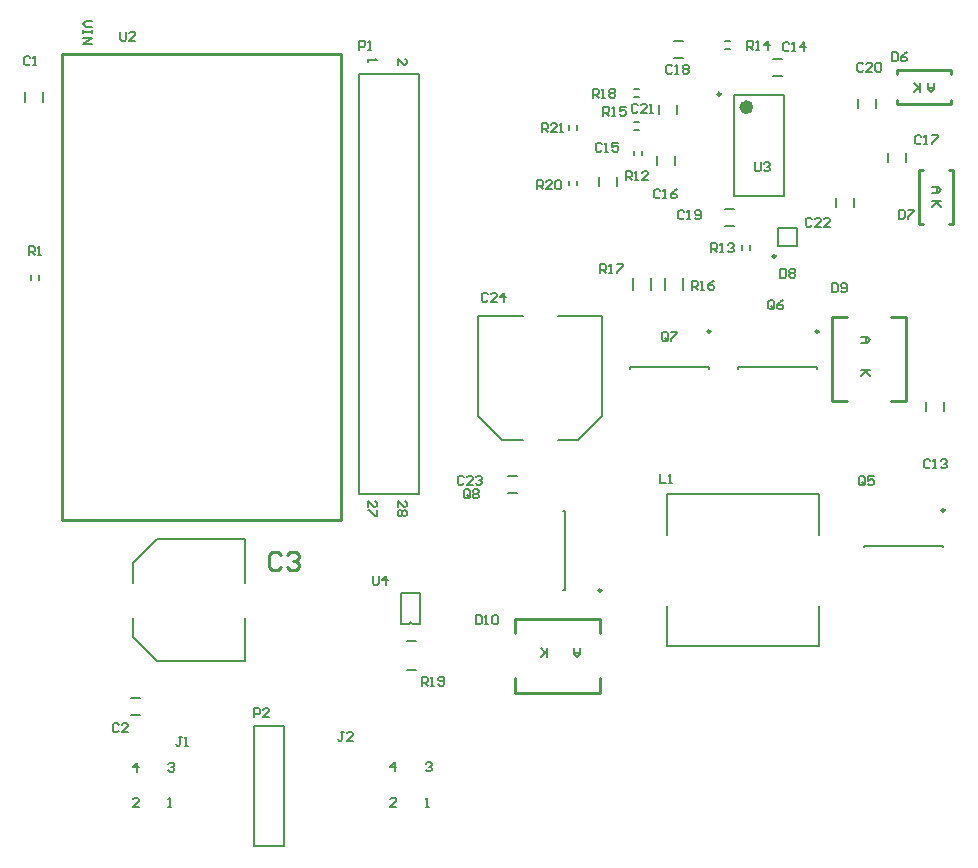
<source format=gto>
G04*
G04 #@! TF.GenerationSoftware,Altium Limited,Altium Designer,18.0.11 (651)*
G04*
G04 Layer_Color=65535*
%FSLAX25Y25*%
%MOIN*%
G70*
G01*
G75*
%ADD10C,0.00984*%
%ADD11C,0.02362*%
%ADD12C,0.00787*%
%ADD13C,0.01000*%
%ADD14C,0.00500*%
D10*
X488256Y344000D02*
G03*
X488256Y344000I-492J0D01*
G01*
X415890Y257752D02*
G03*
X415890Y257752I-492J0D01*
G01*
X455606Y423126D02*
G03*
X455606Y423126I-492J0D01*
G01*
X530240Y284453D02*
G03*
X530240Y284453I-492J0D01*
G01*
X452224Y344000D02*
G03*
X452224Y344000I-492J0D01*
G01*
X473925Y369063D02*
G03*
X473925Y369063I-492J0D01*
G01*
D11*
X465350Y418795D02*
G03*
X465350Y418795I-1181J0D01*
G01*
D12*
X352994Y246543D02*
G03*
X351715Y246543I-640J0D01*
G01*
X267624Y234224D02*
X297201D01*
Y248693D01*
Y260307D02*
Y274776D01*
X267624D02*
X297201D01*
X259799Y242049D02*
Y248693D01*
Y242049D02*
X267624Y234224D01*
X259799Y266951D02*
X267624Y274776D01*
X259799Y260307D02*
Y266951D01*
X350925Y231276D02*
X354075D01*
X350925Y240724D02*
X354075D01*
X487705Y331598D02*
Y332189D01*
X461327D02*
X487705D01*
X461327Y331598D02*
Y332189D01*
X402996Y257811D02*
X403587D01*
Y284189D01*
X402996D02*
X403587D01*
X384610Y295953D02*
X387760D01*
X384610Y290047D02*
X387760D01*
X416169Y315852D02*
Y349169D01*
X401307D02*
X416169D01*
X374831D02*
X389693D01*
X374831Y315852D02*
Y349169D01*
X401307Y307831D02*
X408148D01*
X416169Y315852D01*
X374831D02*
X382852Y307831D01*
X389693D01*
X442953Y358032D02*
Y361968D01*
X437047Y358032D02*
Y361968D01*
X432453Y358032D02*
Y361968D01*
X426547Y358032D02*
Y361968D01*
X524047Y317425D02*
Y320575D01*
X529953Y317425D02*
Y320575D01*
X407878Y411213D02*
Y412787D01*
X405122Y411213D02*
Y412787D01*
X407878Y392713D02*
Y394287D01*
X405122Y392713D02*
Y394287D01*
X420953Y392425D02*
Y395575D01*
X415047Y392425D02*
Y395575D01*
X426622Y402713D02*
Y404287D01*
X429378Y402713D02*
Y404287D01*
X426713Y422122D02*
X428287D01*
X426713Y424878D02*
X428287D01*
X426713Y411122D02*
X428287D01*
X426713Y413878D02*
X428287D01*
X440953Y416425D02*
Y419575D01*
X435047Y416425D02*
Y419575D01*
X439925Y435047D02*
X443075D01*
X439925Y440953D02*
X443075D01*
X494047Y385425D02*
Y388575D01*
X499953Y385425D02*
Y388575D01*
X517453Y400425D02*
Y403575D01*
X511547Y400425D02*
Y403575D01*
X457213Y438122D02*
X458787D01*
X457213Y440878D02*
X458787D01*
X472925Y429047D02*
X476075D01*
X472925Y434953D02*
X476075D01*
X460232Y389268D02*
X476768D01*
X460232Y422732D02*
X476768D01*
Y389268D02*
Y422732D01*
X460232Y389268D02*
Y422732D01*
X258925Y216047D02*
X262075D01*
X258925Y221953D02*
X262075D01*
X437606Y239106D02*
X488394D01*
X437606Y289894D02*
X488394D01*
Y239106D02*
Y252689D01*
X437606Y239106D02*
Y252689D01*
X488394Y276311D02*
Y289894D01*
X437606Y276311D02*
Y289894D01*
X229768Y420610D02*
Y423760D01*
X223862Y420610D02*
Y423760D01*
X355000Y290000D02*
Y430000D01*
X335000Y290000D02*
Y430000D01*
X355000D01*
X335000Y290000D02*
X355000D01*
X300000Y172500D02*
X310000D01*
X300000D02*
Y212500D01*
X310000Y172500D02*
Y212500D01*
X300000D02*
X310000D01*
X225575Y361260D02*
Y362835D01*
X228331Y361260D02*
Y362835D01*
X501547Y418425D02*
Y421575D01*
X507453Y418425D02*
Y421575D01*
X352994Y246543D02*
X355563D01*
X349146D02*
X351715D01*
X349146D02*
Y256780D01*
X355563D01*
Y246543D02*
Y256780D01*
X503311Y272051D02*
Y272642D01*
X529689D01*
Y272051D02*
Y272642D01*
X465378Y371213D02*
Y372787D01*
X462622Y371213D02*
Y372787D01*
X425295Y331598D02*
Y332189D01*
X451673D01*
Y331598D02*
Y332189D01*
X456925Y379047D02*
X460075D01*
X456925Y384953D02*
X460075D01*
X474850Y378571D02*
X481150D01*
Y372429D02*
Y378571D01*
X474850Y372429D02*
Y378571D01*
Y372429D02*
X481150D01*
X434547Y399425D02*
Y402575D01*
X440453Y399425D02*
Y402575D01*
D13*
X387098Y223697D02*
X415248D01*
X387098Y248303D02*
X415248D01*
Y243382D02*
Y248303D01*
Y223697D02*
Y228618D01*
X387098Y243382D02*
Y248303D01*
Y223697D02*
Y228618D01*
X521791Y398016D02*
X523209D01*
X521791Y379906D02*
X523209D01*
X531791D02*
X533209D01*
X531791Y398016D02*
X533209D01*
X521791Y379906D02*
Y398016D01*
X533209Y379906D02*
Y398016D01*
X236000Y436500D02*
X329000D01*
Y281200D02*
Y436500D01*
X236000Y281200D02*
X329000D01*
X236000D02*
Y436500D01*
X512382Y320752D02*
X517303D01*
X492697D02*
X497618D01*
X512382Y348902D02*
X517303D01*
X492697D02*
X497618D01*
X492697Y320752D02*
Y348902D01*
X517303Y320752D02*
Y348902D01*
X514405Y419791D02*
X532516D01*
X514405Y431209D02*
X532516D01*
Y419791D02*
Y421209D01*
X514405Y419791D02*
Y421209D01*
Y429791D02*
Y431209D01*
X532516Y429791D02*
Y431209D01*
X308999Y269498D02*
X307999Y270498D01*
X306000D01*
X305000Y269498D01*
Y265500D01*
X306000Y264500D01*
X307999D01*
X308999Y265500D01*
X310998Y269498D02*
X311998Y270498D01*
X313997D01*
X314997Y269498D01*
Y268499D01*
X313997Y267499D01*
X312997D01*
X313997D01*
X314997Y266499D01*
Y265500D01*
X313997Y264500D01*
X311998D01*
X310998Y265500D01*
D14*
X397630Y235462D02*
Y238461D01*
Y237461D01*
X395631Y235462D01*
X397130Y236961D01*
X395631Y238461D01*
X408653D02*
Y236461D01*
X407654Y235462D01*
X406654Y236461D01*
Y238461D01*
Y236961D01*
X408653D01*
X529219Y387642D02*
X526221D01*
X527220D01*
X529219Y385642D01*
X527720Y387142D01*
X526221Y385642D01*
Y392366D02*
X528220D01*
X529219Y391367D01*
X528220Y390367D01*
X526221D01*
X527720D01*
Y392366D01*
X246099Y447500D02*
X244100D01*
X243100Y446500D01*
X244100Y445501D01*
X246099D01*
Y444501D02*
Y443501D01*
Y444001D01*
X243100D01*
Y444501D01*
Y443501D01*
Y442002D02*
X246099D01*
X243100Y440002D01*
X246099D01*
X271437Y185563D02*
X272437D01*
X271937D01*
Y188562D01*
X271437Y188062D01*
X261625Y185563D02*
X259626D01*
X261625Y187562D01*
Y188062D01*
X261125Y188562D01*
X260126D01*
X259626Y188062D01*
X261125Y197374D02*
Y200373D01*
X259626Y198873D01*
X261625D01*
X271437Y199873D02*
X271937Y200373D01*
X272937D01*
X273436Y199873D01*
Y199373D01*
X272937Y198873D01*
X272437D01*
X272937D01*
X273436Y198374D01*
Y197874D01*
X272937Y197374D01*
X271937D01*
X271437Y197874D01*
X357343Y199881D02*
X357842Y200381D01*
X358842D01*
X359342Y199881D01*
Y199381D01*
X358842Y198881D01*
X358342D01*
X358842D01*
X359342Y198382D01*
Y197882D01*
X358842Y197382D01*
X357842D01*
X357343Y197882D01*
X347031Y197382D02*
Y200381D01*
X345532Y198881D01*
X347531D01*
Y185571D02*
X345532D01*
X347531Y187570D01*
Y188070D01*
X347031Y188570D01*
X346031D01*
X345532Y188070D01*
X357343Y185571D02*
X358342D01*
X357842D01*
Y188570D01*
X357343Y188070D01*
X348000Y285501D02*
Y287500D01*
X349999Y285501D01*
X350499D01*
X350999Y286000D01*
Y287000D01*
X350499Y287500D01*
Y284501D02*
X350999Y284001D01*
Y283001D01*
X350499Y282502D01*
X349999D01*
X349500Y283001D01*
X349000Y282502D01*
X348500D01*
X348000Y283001D01*
Y284001D01*
X348500Y284501D01*
X349000D01*
X349500Y284001D01*
X349999Y284501D01*
X350499D01*
X349500Y284001D02*
Y283001D01*
X338000Y285501D02*
Y287500D01*
X339999Y285501D01*
X340499D01*
X340999Y286000D01*
Y287000D01*
X340499Y287500D01*
X340999Y284501D02*
Y282502D01*
X340499D01*
X338500Y284501D01*
X338000D01*
Y435000D02*
Y434000D01*
Y434500D01*
X340999D01*
X340499Y435000D01*
X348000Y433001D02*
Y435000D01*
X349999Y433001D01*
X350499D01*
X350999Y433500D01*
Y434500D01*
X350499Y435000D01*
X502539Y342307D02*
X504539D01*
X505538Y341307D01*
X504539Y340308D01*
X502539D01*
X504039D01*
Y342307D01*
X505538Y331283D02*
X502539D01*
X503539D01*
X505538Y329284D01*
X504039Y330784D01*
X502539Y329284D01*
X526866Y426780D02*
Y424780D01*
X525867Y423780D01*
X524867Y424780D01*
Y426780D01*
Y425280D01*
X526866D01*
X522142Y423780D02*
Y426780D01*
Y425780D01*
X520142Y423780D01*
X521642Y425280D01*
X520142Y426780D01*
X435300Y296499D02*
Y293500D01*
X437299D01*
X438299D02*
X439299D01*
X438799D01*
Y296499D01*
X438299Y295999D01*
X254999Y212999D02*
X254500Y213499D01*
X253500D01*
X253000Y212999D01*
Y211000D01*
X253500Y210500D01*
X254500D01*
X254999Y211000D01*
X257998Y210500D02*
X255999D01*
X257998Y212499D01*
Y212999D01*
X257499Y213499D01*
X256499D01*
X255999Y212999D01*
X225414Y435284D02*
X224915Y435784D01*
X223915D01*
X223415Y435284D01*
Y433285D01*
X223915Y432785D01*
X224915D01*
X225414Y433285D01*
X226414Y432785D02*
X227414D01*
X226914D01*
Y435784D01*
X226414Y435284D01*
X255500Y443999D02*
Y441500D01*
X256000Y441000D01*
X256999D01*
X257499Y441500D01*
Y443999D01*
X260498Y441000D02*
X258499D01*
X260498Y442999D01*
Y443499D01*
X259998Y443999D01*
X258999D01*
X258499Y443499D01*
X225053Y369447D02*
Y372446D01*
X226552D01*
X227052Y371946D01*
Y370947D01*
X226552Y370447D01*
X225053D01*
X226052D02*
X227052Y369447D01*
X228052D02*
X229051D01*
X228552D01*
Y372446D01*
X228052Y371946D01*
X300100Y215400D02*
Y218399D01*
X301600D01*
X302099Y217899D01*
Y216899D01*
X301600Y216400D01*
X300100D01*
X305098Y215400D02*
X303099D01*
X305098Y217399D01*
Y217899D01*
X304598Y218399D01*
X303599D01*
X303099Y217899D01*
X335100Y438000D02*
Y440999D01*
X336599D01*
X337099Y440499D01*
Y439500D01*
X336599Y439000D01*
X335100D01*
X338099Y438000D02*
X339099D01*
X338599D01*
Y440999D01*
X338099Y440499D01*
X330005Y210607D02*
X329005D01*
X329505D01*
Y208108D01*
X329005Y207608D01*
X328505D01*
X328006Y208108D01*
X333004Y207608D02*
X331005D01*
X333004Y209607D01*
Y210107D01*
X332504Y210607D01*
X331504D01*
X331005Y210107D01*
X275999Y208999D02*
X275000D01*
X275500D01*
Y206500D01*
X275000Y206000D01*
X274500D01*
X274000Y206500D01*
X276999Y206000D02*
X277999D01*
X277499D01*
Y208999D01*
X276999Y208499D01*
X525499Y300999D02*
X525000Y301499D01*
X524000D01*
X523500Y300999D01*
Y299000D01*
X524000Y298500D01*
X525000D01*
X525499Y299000D01*
X526499Y298500D02*
X527499D01*
X526999D01*
Y301499D01*
X526499Y300999D01*
X528998D02*
X529498Y301499D01*
X530498D01*
X530998Y300999D01*
Y300499D01*
X530498Y299999D01*
X529998D01*
X530498D01*
X530998Y299500D01*
Y299000D01*
X530498Y298500D01*
X529498D01*
X528998Y299000D01*
X478499Y439999D02*
X477999Y440499D01*
X477000D01*
X476500Y439999D01*
Y438000D01*
X477000Y437500D01*
X477999D01*
X478499Y438000D01*
X479499Y437500D02*
X480499D01*
X479999D01*
Y440499D01*
X479499Y439999D01*
X483498Y437500D02*
Y440499D01*
X481998Y439000D01*
X483998D01*
X415999Y406499D02*
X415499Y406999D01*
X414500D01*
X414000Y406499D01*
Y404500D01*
X414500Y404000D01*
X415499D01*
X415999Y404500D01*
X416999Y404000D02*
X417999D01*
X417499D01*
Y406999D01*
X416999Y406499D01*
X421498Y406999D02*
X419498D01*
Y405500D01*
X420498Y405999D01*
X420998D01*
X421498Y405500D01*
Y404500D01*
X420998Y404000D01*
X419998D01*
X419498Y404500D01*
X435499Y390999D02*
X435000Y391499D01*
X434000D01*
X433500Y390999D01*
Y389000D01*
X434000Y388500D01*
X435000D01*
X435499Y389000D01*
X436499Y388500D02*
X437499D01*
X436999D01*
Y391499D01*
X436499Y390999D01*
X440998Y391499D02*
X439998Y390999D01*
X438998Y390000D01*
Y389000D01*
X439498Y388500D01*
X440498D01*
X440998Y389000D01*
Y389500D01*
X440498Y390000D01*
X438998D01*
X522499Y408999D02*
X522000Y409499D01*
X521000D01*
X520500Y408999D01*
Y407000D01*
X521000Y406500D01*
X522000D01*
X522499Y407000D01*
X523499Y406500D02*
X524499D01*
X523999D01*
Y409499D01*
X523499Y408999D01*
X525998Y409499D02*
X527998D01*
Y408999D01*
X525998Y407000D01*
Y406500D01*
X439499Y432499D02*
X439000Y432999D01*
X438000D01*
X437500Y432499D01*
Y430500D01*
X438000Y430000D01*
X439000D01*
X439499Y430500D01*
X440499Y430000D02*
X441499D01*
X440999D01*
Y432999D01*
X440499Y432499D01*
X442998D02*
X443498Y432999D01*
X444498D01*
X444998Y432499D01*
Y431999D01*
X444498Y431499D01*
X444998Y431000D01*
Y430500D01*
X444498Y430000D01*
X443498D01*
X442998Y430500D01*
Y431000D01*
X443498Y431499D01*
X442998Y431999D01*
Y432499D01*
X443498Y431499D02*
X444498D01*
X443499Y383999D02*
X443000Y384499D01*
X442000D01*
X441500Y383999D01*
Y382000D01*
X442000Y381500D01*
X443000D01*
X443499Y382000D01*
X444499Y381500D02*
X445499D01*
X444999D01*
Y384499D01*
X444499Y383999D01*
X446998Y382000D02*
X447498Y381500D01*
X448498D01*
X448998Y382000D01*
Y383999D01*
X448498Y384499D01*
X447498D01*
X446998Y383999D01*
Y383499D01*
X447498Y382999D01*
X448998D01*
X503099Y433099D02*
X502599Y433599D01*
X501600D01*
X501100Y433099D01*
Y431100D01*
X501600Y430600D01*
X502599D01*
X503099Y431100D01*
X506098Y430600D02*
X504099D01*
X506098Y432599D01*
Y433099D01*
X505598Y433599D01*
X504599D01*
X504099Y433099D01*
X507098D02*
X507598Y433599D01*
X508598D01*
X509097Y433099D01*
Y431100D01*
X508598Y430600D01*
X507598D01*
X507098Y431100D01*
Y433099D01*
X427999Y419499D02*
X427499Y419999D01*
X426500D01*
X426000Y419499D01*
Y417500D01*
X426500Y417000D01*
X427499D01*
X427999Y417500D01*
X430998Y417000D02*
X428999D01*
X430998Y418999D01*
Y419499D01*
X430499Y419999D01*
X429499D01*
X428999Y419499D01*
X431998Y417000D02*
X432998D01*
X432498D01*
Y419999D01*
X431998Y419499D01*
X485999Y381499D02*
X485499Y381999D01*
X484500D01*
X484000Y381499D01*
Y379500D01*
X484500Y379000D01*
X485499D01*
X485999Y379500D01*
X488998Y379000D02*
X486999D01*
X488998Y380999D01*
Y381499D01*
X488498Y381999D01*
X487499D01*
X486999Y381499D01*
X491997Y379000D02*
X489998D01*
X491997Y380999D01*
Y381499D01*
X491498Y381999D01*
X490498D01*
X489998Y381499D01*
X369999Y295499D02*
X369499Y295999D01*
X368500D01*
X368000Y295499D01*
Y293500D01*
X368500Y293000D01*
X369499D01*
X369999Y293500D01*
X372998Y293000D02*
X370999D01*
X372998Y294999D01*
Y295499D01*
X372498Y295999D01*
X371499D01*
X370999Y295499D01*
X373998D02*
X374498Y295999D01*
X375498D01*
X375997Y295499D01*
Y294999D01*
X375498Y294499D01*
X374998D01*
X375498D01*
X375997Y294000D01*
Y293500D01*
X375498Y293000D01*
X374498D01*
X373998Y293500D01*
X377999Y356499D02*
X377500Y356999D01*
X376500D01*
X376000Y356499D01*
Y354500D01*
X376500Y354000D01*
X377500D01*
X377999Y354500D01*
X380998Y354000D02*
X378999D01*
X380998Y355999D01*
Y356499D01*
X380499Y356999D01*
X379499D01*
X378999Y356499D01*
X383498Y354000D02*
Y356999D01*
X381998Y355500D01*
X383997D01*
X512721Y437199D02*
Y434200D01*
X514221D01*
X514721Y434700D01*
Y436699D01*
X514221Y437199D01*
X512721D01*
X517720D02*
X516720Y436699D01*
X515720Y435700D01*
Y434700D01*
X516220Y434200D01*
X517220D01*
X517720Y434700D01*
Y435200D01*
X517220Y435700D01*
X515720D01*
X515000Y384684D02*
Y381685D01*
X516500D01*
X516999Y382185D01*
Y384184D01*
X516500Y384684D01*
X515000D01*
X517999D02*
X519998D01*
Y384184D01*
X517999Y382185D01*
Y381685D01*
X475500Y364999D02*
Y362000D01*
X477000D01*
X477499Y362500D01*
Y364499D01*
X477000Y364999D01*
X475500D01*
X478499Y364499D02*
X478999Y364999D01*
X479998D01*
X480498Y364499D01*
Y363999D01*
X479998Y363499D01*
X480498Y363000D01*
Y362500D01*
X479998Y362000D01*
X478999D01*
X478499Y362500D01*
Y363000D01*
X478999Y363499D01*
X478499Y363999D01*
Y364499D01*
X478999Y363499D02*
X479998D01*
X492700Y360053D02*
Y357053D01*
X494200D01*
X494699Y357553D01*
Y359553D01*
X494200Y360053D01*
X492700D01*
X495699Y357553D02*
X496199Y357053D01*
X497198D01*
X497698Y357553D01*
Y359553D01*
X497198Y360053D01*
X496199D01*
X495699Y359553D01*
Y359053D01*
X496199Y358553D01*
X497698D01*
X374000Y249499D02*
Y246500D01*
X375500D01*
X375999Y247000D01*
Y248999D01*
X375500Y249499D01*
X374000D01*
X376999Y246500D02*
X377999D01*
X377499D01*
Y249499D01*
X376999Y248999D01*
X379498D02*
X379998Y249499D01*
X380998D01*
X381498Y248999D01*
Y247000D01*
X380998Y246500D01*
X379998D01*
X379498Y247000D01*
Y248999D01*
X503599Y293355D02*
Y295354D01*
X503099Y295854D01*
X502100D01*
X501600Y295354D01*
Y293355D01*
X502100Y292855D01*
X503099D01*
X502600Y293855D02*
X503599Y292855D01*
X503099D02*
X503599Y293355D01*
X506598Y295854D02*
X504599D01*
Y294355D01*
X505599Y294854D01*
X506099D01*
X506598Y294355D01*
Y293355D01*
X506099Y292855D01*
X505099D01*
X504599Y293355D01*
X473499Y352000D02*
Y353999D01*
X472999Y354499D01*
X472000D01*
X471500Y353999D01*
Y352000D01*
X472000Y351500D01*
X472999D01*
X472500Y352500D02*
X473499Y351500D01*
X472999D02*
X473499Y352000D01*
X476498Y354499D02*
X475499Y353999D01*
X474499Y352999D01*
Y352000D01*
X474999Y351500D01*
X475998D01*
X476498Y352000D01*
Y352500D01*
X475998Y352999D01*
X474499D01*
X437999Y341500D02*
Y343499D01*
X437500Y343999D01*
X436500D01*
X436000Y343499D01*
Y341500D01*
X436500Y341000D01*
X437500D01*
X437000Y342000D02*
X437999Y341000D01*
X437500D02*
X437999Y341500D01*
X438999Y343999D02*
X440998D01*
Y343499D01*
X438999Y341500D01*
Y341000D01*
X371999Y289000D02*
Y290999D01*
X371499Y291499D01*
X370500D01*
X370000Y290999D01*
Y289000D01*
X370500Y288500D01*
X371499D01*
X371000Y289500D02*
X371999Y288500D01*
X371499D02*
X371999Y289000D01*
X372999Y290999D02*
X373499Y291499D01*
X374499D01*
X374998Y290999D01*
Y290499D01*
X374499Y290000D01*
X374998Y289500D01*
Y289000D01*
X374499Y288500D01*
X373499D01*
X372999Y289000D01*
Y289500D01*
X373499Y290000D01*
X372999Y290499D01*
Y290999D01*
X373499Y290000D02*
X374499D01*
X424000Y394500D02*
Y397499D01*
X425499D01*
X425999Y396999D01*
Y396000D01*
X425499Y395500D01*
X424000D01*
X425000D02*
X425999Y394500D01*
X426999D02*
X427999D01*
X427499D01*
Y397499D01*
X426999Y396999D01*
X431498Y394500D02*
X429498D01*
X431498Y396499D01*
Y396999D01*
X430998Y397499D01*
X429998D01*
X429498Y396999D01*
X452500Y370500D02*
Y373499D01*
X454000D01*
X454499Y372999D01*
Y372000D01*
X454000Y371500D01*
X452500D01*
X453500D02*
X454499Y370500D01*
X455499D02*
X456499D01*
X455999D01*
Y373499D01*
X455499Y372999D01*
X457998D02*
X458498Y373499D01*
X459498D01*
X459998Y372999D01*
Y372499D01*
X459498Y372000D01*
X458998D01*
X459498D01*
X459998Y371500D01*
Y371000D01*
X459498Y370500D01*
X458498D01*
X457998Y371000D01*
X464500Y438000D02*
Y440999D01*
X466000D01*
X466499Y440499D01*
Y439500D01*
X466000Y439000D01*
X464500D01*
X465500D02*
X466499Y438000D01*
X467499D02*
X468499D01*
X467999D01*
Y440999D01*
X467499Y440499D01*
X471498Y438000D02*
Y440999D01*
X469998Y439500D01*
X471998D01*
X416500Y416000D02*
Y418999D01*
X418000D01*
X418499Y418499D01*
Y417499D01*
X418000Y417000D01*
X416500D01*
X417500D02*
X418499Y416000D01*
X419499D02*
X420499D01*
X419999D01*
Y418999D01*
X419499Y418499D01*
X423998Y418999D02*
X421998D01*
Y417499D01*
X422998Y417999D01*
X423498D01*
X423998Y417499D01*
Y416500D01*
X423498Y416000D01*
X422498D01*
X421998Y416500D01*
X446000Y358000D02*
Y360999D01*
X447500D01*
X447999Y360499D01*
Y359500D01*
X447500Y359000D01*
X446000D01*
X447000D02*
X447999Y358000D01*
X448999D02*
X449999D01*
X449499D01*
Y360999D01*
X448999Y360499D01*
X453498Y360999D02*
X452498Y360499D01*
X451498Y359500D01*
Y358500D01*
X451998Y358000D01*
X452998D01*
X453498Y358500D01*
Y359000D01*
X452998Y359500D01*
X451498D01*
X415500Y363500D02*
Y366499D01*
X416999D01*
X417499Y365999D01*
Y365000D01*
X416999Y364500D01*
X415500D01*
X416500D02*
X417499Y363500D01*
X418499D02*
X419499D01*
X418999D01*
Y366499D01*
X418499Y365999D01*
X420998Y366499D02*
X422998D01*
Y365999D01*
X420998Y364000D01*
Y363500D01*
X413000Y422000D02*
Y424999D01*
X414500D01*
X414999Y424499D01*
Y423499D01*
X414500Y423000D01*
X413000D01*
X414000D02*
X414999Y422000D01*
X415999D02*
X416999D01*
X416499D01*
Y424999D01*
X415999Y424499D01*
X418498D02*
X418998Y424999D01*
X419998D01*
X420498Y424499D01*
Y423999D01*
X419998Y423499D01*
X420498Y423000D01*
Y422500D01*
X419998Y422000D01*
X418998D01*
X418498Y422500D01*
Y423000D01*
X418998Y423499D01*
X418498Y423999D01*
Y424499D01*
X418998Y423499D02*
X419998D01*
X356000Y226000D02*
Y228999D01*
X357500D01*
X357999Y228499D01*
Y227500D01*
X357500Y227000D01*
X356000D01*
X357000D02*
X357999Y226000D01*
X358999D02*
X359999D01*
X359499D01*
Y228999D01*
X358999Y228499D01*
X361498Y226500D02*
X361998Y226000D01*
X362998D01*
X363498Y226500D01*
Y228499D01*
X362998Y228999D01*
X361998D01*
X361498Y228499D01*
Y227999D01*
X361998Y227500D01*
X363498D01*
X394500Y391500D02*
Y394499D01*
X396000D01*
X396499Y393999D01*
Y393000D01*
X396000Y392500D01*
X394500D01*
X395500D02*
X396499Y391500D01*
X399498D02*
X397499D01*
X399498Y393499D01*
Y393999D01*
X398998Y394499D01*
X397999D01*
X397499Y393999D01*
X400498D02*
X400998Y394499D01*
X401998D01*
X402497Y393999D01*
Y392000D01*
X401998Y391500D01*
X400998D01*
X400498Y392000D01*
Y393999D01*
X396000Y410500D02*
Y413499D01*
X397499D01*
X397999Y412999D01*
Y412000D01*
X397499Y411500D01*
X396000D01*
X397000D02*
X397999Y410500D01*
X400998D02*
X398999D01*
X400998Y412499D01*
Y412999D01*
X400498Y413499D01*
X399499D01*
X398999Y412999D01*
X401998Y410500D02*
X402998D01*
X402498D01*
Y413499D01*
X401998Y412999D01*
X467000Y400499D02*
Y398000D01*
X467500Y397500D01*
X468500D01*
X468999Y398000D01*
Y400499D01*
X469999Y399999D02*
X470499Y400499D01*
X471498D01*
X471998Y399999D01*
Y399499D01*
X471498Y399000D01*
X470999D01*
X471498D01*
X471998Y398500D01*
Y398000D01*
X471498Y397500D01*
X470499D01*
X469999Y398000D01*
X339700Y262699D02*
Y260200D01*
X340200Y259700D01*
X341199D01*
X341699Y260200D01*
Y262699D01*
X344198Y259700D02*
Y262699D01*
X342699Y261199D01*
X344698D01*
M02*

</source>
